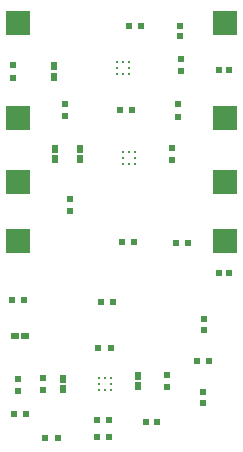
<source format=gbr>
G04 EAGLE Gerber RS-274X export*
G75*
%MOMM*%
%FSLAX34Y34*%
%LPD*%
%INSolderpaste Top*%
%IPPOS*%
%AMOC8*
5,1,8,0,0,1.08239X$1,22.5*%
G01*
G04 Define Apertures*
%ADD10R,0.620000X0.650000*%
%ADD11R,0.620000X0.620000*%
%ADD12C,0.306000*%
%ADD13R,0.475000X0.500000*%
%ADD14R,0.500000X0.475000*%
%ADD15R,0.650000X0.620000*%
%ADD16R,2.000000X2.000000*%
D10*
X52070Y252755D03*
X52070Y261555D03*
D11*
X190425Y328700D03*
X199425Y328700D03*
X158008Y365835D03*
X158008Y356835D03*
D10*
X50734Y322605D03*
X50734Y331405D03*
D11*
X190425Y156225D03*
X199425Y156225D03*
D12*
X104220Y335200D03*
X109220Y335200D03*
X114220Y335200D03*
X104220Y330200D03*
X114220Y330200D03*
X104220Y325200D03*
X109220Y325200D03*
X114220Y325200D03*
D13*
X154013Y181893D03*
X164263Y181893D03*
X114643Y365207D03*
X124893Y365207D03*
D14*
X155790Y299145D03*
X155790Y288905D03*
X158568Y337478D03*
X158568Y327228D03*
X16476Y321885D03*
X16476Y332125D03*
D10*
X72785Y252755D03*
X72785Y261555D03*
D13*
X107023Y294830D03*
X117273Y294830D03*
D14*
X20379Y56455D03*
X20379Y66695D03*
X60653Y299378D03*
X60653Y289128D03*
X151066Y251803D03*
X151066Y262053D03*
D12*
X109300Y259000D03*
X114300Y259000D03*
X119300Y259000D03*
X109300Y254000D03*
X119300Y254000D03*
X109300Y249000D03*
X114300Y249000D03*
X119300Y249000D03*
D13*
X90745Y131584D03*
X100985Y131584D03*
X108293Y182417D03*
X118543Y182417D03*
X43755Y16479D03*
X53995Y16479D03*
X16853Y37266D03*
X27103Y37266D03*
D15*
X26645Y102933D03*
X17845Y102933D03*
D14*
X64864Y208855D03*
X64864Y219095D03*
D13*
X15583Y133259D03*
X25833Y133259D03*
D12*
X88980Y67230D03*
X93980Y67230D03*
X98980Y67230D03*
X88980Y62230D03*
X98980Y62230D03*
X88980Y57230D03*
X93980Y57230D03*
X98980Y57230D03*
D10*
X121920Y60420D03*
X121920Y69220D03*
D14*
X146720Y59700D03*
X146720Y69940D03*
D13*
X171683Y82330D03*
X181933Y82330D03*
D11*
X177410Y46350D03*
X177410Y55350D03*
X137800Y29870D03*
X128800Y29870D03*
D13*
X97780Y17220D03*
X87540Y17220D03*
X97558Y31750D03*
X87308Y31750D03*
D10*
X58570Y57880D03*
X58570Y66680D03*
D14*
X41500Y57160D03*
X41500Y67400D03*
D13*
X98828Y93150D03*
X88578Y93150D03*
D11*
X177970Y117480D03*
X177970Y108480D03*
D16*
X196160Y368399D03*
X20160Y368399D03*
X196160Y183799D03*
X196160Y287299D03*
X196160Y233599D03*
X20160Y233599D03*
X20160Y287299D03*
X20160Y183799D03*
M02*

</source>
